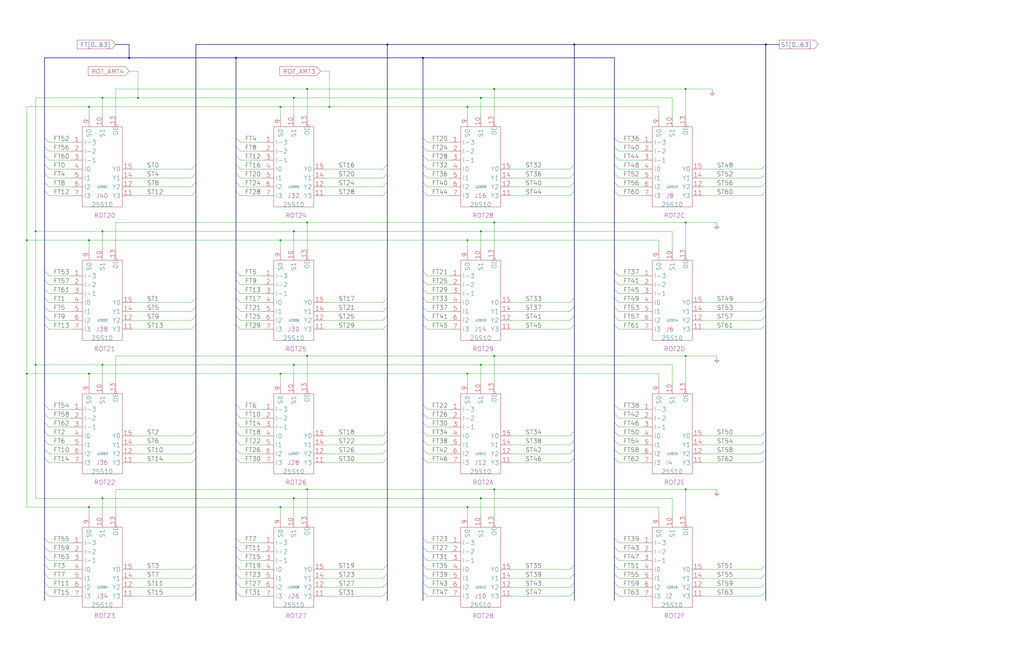
<source format=kicad_sch>
(kicad_sch (version 20250114) (generator "eeschema") (generator_version "9.0")
  (paper "User" 584.2 378.46)
  (title_block (title "ROTATOR TIER 2") (date "20-MAR-90") (rev "1.0") (comment 1 "FIU") (comment 2 "232-003065") (comment 3 "S400") (comment 4 "RELEASED"))
  (junction (at 50.8 60.96))
  (junction (at 58.42 132.08))
  (junction (at 220.98 25.4))
  (junction (at 241.3 33.02))
  (junction (at 73.66 33.02))
  (junction (at 20.32 132.08))
  (junction (at 175.26 127))
  (junction (at 327.66 25.4))
  (junction (at 281.94 279.4))
  (junction (at 160.02 213.36))
  (junction (at 175.26 279.4))
  (junction (at 50.8 213.36))
  (junction (at 20.32 208.28))
  (junction (at 167.64 208.28))
  (junction (at 160.02 60.96))
  (junction (at 266.7 60.96))
  (junction (at 167.64 132.08))
  (junction (at 266.7 213.36))
  (junction (at 187.96 60.96))
  (junction (at 58.42 284.48))
  (junction (at 50.8 289.56))
  (junction (at 175.26 50.8))
  (junction (at 266.7 289.56))
  (junction (at 266.7 137.16))
  (junction (at 391.16 279.4))
  (junction (at 58.42 55.88))
  (junction (at 50.8 137.16))
  (junction (at 281.94 203.2))
  (junction (at 274.32 132.08))
  (junction (at 167.64 55.88))
  (junction (at 167.64 284.48))
  (junction (at 78.74 55.88))
  (junction (at 436.88 25.4))
  (junction (at 274.32 284.48))
  (junction (at 160.02 137.16))
  (junction (at 58.42 208.28))
  (junction (at 134.62 33.02))
  (junction (at 15.24 137.16))
  (junction (at 391.16 203.2))
  (junction (at 281.94 50.8))
  (junction (at 391.16 50.8))
  (junction (at 281.94 127))
  (junction (at 274.32 208.28))
  (junction (at 160.02 289.56))
  (junction (at 274.32 55.88))
  (junction (at 391.16 127))
  (junction (at 175.26 203.2))
  (junction (at 15.24 213.36))
  (bus_entry (at 241.3 185.42) (size 2.54 2.54))
  (bus_entry (at 111.76 251.46) (size -2.54 2.54))
  (bus_entry (at 327.66 327.66) (size -2.54 2.54))
  (bus_entry (at 241.3 175.26) (size 2.54 2.54))
  (bus_entry (at 241.3 307.34) (size 2.54 2.54))
  (bus_entry (at 327.66 180.34) (size -2.54 2.54))
  (bus_entry (at 220.98 180.34) (size -2.54 2.54))
  (bus_entry (at 350.52 251.46) (size 2.54 2.54))
  (bus_entry (at 350.52 322.58) (size 2.54 2.54))
  (bus_entry (at 111.76 322.58) (size -2.54 2.54))
  (bus_entry (at 436.88 175.26) (size -2.54 2.54))
  (bus_entry (at 134.62 312.42) (size 2.54 2.54))
  (bus_entry (at 436.88 99.06) (size -2.54 2.54))
  (bus_entry (at 350.52 337.82) (size 2.54 2.54))
  (bus_entry (at 134.62 180.34) (size 2.54 2.54))
  (bus_entry (at 436.88 170.18) (size -2.54 2.54))
  (bus_entry (at 111.76 99.06) (size -2.54 2.54))
  (bus_entry (at 220.98 246.38) (size -2.54 2.54))
  (bus_entry (at 134.62 256.54) (size 2.54 2.54))
  (bus_entry (at 111.76 104.14) (size -2.54 2.54))
  (bus_entry (at 241.3 180.34) (size 2.54 2.54))
  (bus_entry (at 241.3 165.1) (size 2.54 2.54))
  (bus_entry (at 25.4 332.74) (size 2.54 2.54))
  (bus_entry (at 134.62 231.14) (size 2.54 2.54))
  (bus_entry (at 327.66 322.58) (size -2.54 2.54))
  (bus_entry (at 241.3 83.82) (size 2.54 2.54))
  (bus_entry (at 327.66 175.26) (size -2.54 2.54))
  (bus_entry (at 134.62 165.1) (size 2.54 2.54))
  (bus_entry (at 327.66 170.18) (size -2.54 2.54))
  (bus_entry (at 350.52 154.94) (size 2.54 2.54))
  (bus_entry (at 111.76 246.38) (size -2.54 2.54))
  (bus_entry (at 220.98 251.46) (size -2.54 2.54))
  (bus_entry (at 350.52 160.02) (size 2.54 2.54))
  (bus_entry (at 350.52 78.74) (size 2.54 2.54))
  (bus_entry (at 436.88 246.38) (size -2.54 2.54))
  (bus_entry (at 111.76 175.26) (size -2.54 2.54))
  (bus_entry (at 111.76 261.62) (size -2.54 2.54))
  (bus_entry (at 25.4 231.14) (size 2.54 2.54))
  (bus_entry (at 241.3 236.22) (size 2.54 2.54))
  (bus_entry (at 134.62 170.18) (size 2.54 2.54))
  (bus_entry (at 350.52 99.06) (size 2.54 2.54))
  (bus_entry (at 134.62 99.06) (size 2.54 2.54))
  (bus_entry (at 25.4 175.26) (size 2.54 2.54))
  (bus_entry (at 25.4 88.9) (size 2.54 2.54))
  (bus_entry (at 25.4 185.42) (size 2.54 2.54))
  (bus_entry (at 25.4 109.22) (size 2.54 2.54))
  (bus_entry (at 111.76 170.18) (size -2.54 2.54))
  (bus_entry (at 350.52 165.1) (size 2.54 2.54))
  (bus_entry (at 134.62 175.26) (size 2.54 2.54))
  (bus_entry (at 111.76 327.66) (size -2.54 2.54))
  (bus_entry (at 350.52 231.14) (size 2.54 2.54))
  (bus_entry (at 241.3 104.14) (size 2.54 2.54))
  (bus_entry (at 25.4 327.66) (size 2.54 2.54))
  (bus_entry (at 350.52 332.74) (size 2.54 2.54))
  (bus_entry (at 25.4 246.38) (size 2.54 2.54))
  (bus_entry (at 25.4 180.34) (size 2.54 2.54))
  (bus_entry (at 134.62 78.74) (size 2.54 2.54))
  (bus_entry (at 25.4 322.58) (size 2.54 2.54))
  (bus_entry (at 436.88 261.62) (size -2.54 2.54))
  (bus_entry (at 241.3 93.98) (size 2.54 2.54))
  (bus_entry (at 220.98 261.62) (size -2.54 2.54))
  (bus_entry (at 220.98 99.06) (size -2.54 2.54))
  (bus_entry (at 220.98 337.82) (size -2.54 2.54))
  (bus_entry (at 350.52 236.22) (size 2.54 2.54))
  (bus_entry (at 241.3 231.14) (size 2.54 2.54))
  (bus_entry (at 25.4 241.3) (size 2.54 2.54))
  (bus_entry (at 241.3 332.74) (size 2.54 2.54))
  (bus_entry (at 436.88 332.74) (size -2.54 2.54))
  (bus_entry (at 25.4 317.5) (size 2.54 2.54))
  (bus_entry (at 350.52 246.38) (size 2.54 2.54))
  (bus_entry (at 25.4 256.54) (size 2.54 2.54))
  (bus_entry (at 134.62 83.82) (size 2.54 2.54))
  (bus_entry (at 241.3 322.58) (size 2.54 2.54))
  (bus_entry (at 350.52 256.54) (size 2.54 2.54))
  (bus_entry (at 350.52 185.42) (size 2.54 2.54))
  (bus_entry (at 436.88 337.82) (size -2.54 2.54))
  (bus_entry (at 327.66 246.38) (size -2.54 2.54))
  (bus_entry (at 327.66 337.82) (size -2.54 2.54))
  (bus_entry (at 220.98 175.26) (size -2.54 2.54))
  (bus_entry (at 111.76 256.54) (size -2.54 2.54))
  (bus_entry (at 25.4 160.02) (size 2.54 2.54))
  (bus_entry (at 241.3 246.38) (size 2.54 2.54))
  (bus_entry (at 134.62 337.82) (size 2.54 2.54))
  (bus_entry (at 241.3 317.5) (size 2.54 2.54))
  (bus_entry (at 220.98 332.74) (size -2.54 2.54))
  (bus_entry (at 350.52 170.18) (size 2.54 2.54))
  (bus_entry (at 134.62 160.02) (size 2.54 2.54))
  (bus_entry (at 350.52 327.66) (size 2.54 2.54))
  (bus_entry (at 436.88 93.98) (size -2.54 2.54))
  (bus_entry (at 241.3 312.42) (size 2.54 2.54))
  (bus_entry (at 25.4 78.74) (size 2.54 2.54))
  (bus_entry (at 220.98 322.58) (size -2.54 2.54))
  (bus_entry (at 327.66 109.22) (size -2.54 2.54))
  (bus_entry (at 134.62 236.22) (size 2.54 2.54))
  (bus_entry (at 220.98 256.54) (size -2.54 2.54))
  (bus_entry (at 25.4 307.34) (size 2.54 2.54))
  (bus_entry (at 350.52 312.42) (size 2.54 2.54))
  (bus_entry (at 327.66 104.14) (size -2.54 2.54))
  (bus_entry (at 220.98 327.66) (size -2.54 2.54))
  (bus_entry (at 327.66 93.98) (size -2.54 2.54))
  (bus_entry (at 241.3 256.54) (size 2.54 2.54))
  (bus_entry (at 436.88 256.54) (size -2.54 2.54))
  (bus_entry (at 350.52 307.34) (size 2.54 2.54))
  (bus_entry (at 25.4 236.22) (size 2.54 2.54))
  (bus_entry (at 350.52 317.5) (size 2.54 2.54))
  (bus_entry (at 134.62 251.46) (size 2.54 2.54))
  (bus_entry (at 350.52 93.98) (size 2.54 2.54))
  (bus_entry (at 327.66 332.74) (size -2.54 2.54))
  (bus_entry (at 25.4 337.82) (size 2.54 2.54))
  (bus_entry (at 327.66 251.46) (size -2.54 2.54))
  (bus_entry (at 241.3 241.3) (size 2.54 2.54))
  (bus_entry (at 134.62 104.14) (size 2.54 2.54))
  (bus_entry (at 241.3 327.66) (size 2.54 2.54))
  (bus_entry (at 134.62 332.74) (size 2.54 2.54))
  (bus_entry (at 350.52 109.22) (size 2.54 2.54))
  (bus_entry (at 134.62 88.9) (size 2.54 2.54))
  (bus_entry (at 350.52 241.3) (size 2.54 2.54))
  (bus_entry (at 350.52 88.9) (size 2.54 2.54))
  (bus_entry (at 327.66 99.06) (size -2.54 2.54))
  (bus_entry (at 134.62 246.38) (size 2.54 2.54))
  (bus_entry (at 436.88 180.34) (size -2.54 2.54))
  (bus_entry (at 111.76 337.82) (size -2.54 2.54))
  (bus_entry (at 25.4 312.42) (size 2.54 2.54))
  (bus_entry (at 241.3 170.18) (size 2.54 2.54))
  (bus_entry (at 134.62 185.42) (size 2.54 2.54))
  (bus_entry (at 134.62 307.34) (size 2.54 2.54))
  (bus_entry (at 25.4 104.14) (size 2.54 2.54))
  (bus_entry (at 220.98 185.42) (size -2.54 2.54))
  (bus_entry (at 111.76 185.42) (size -2.54 2.54))
  (bus_entry (at 134.62 154.94) (size 2.54 2.54))
  (bus_entry (at 327.66 256.54) (size -2.54 2.54))
  (bus_entry (at 220.98 104.14) (size -2.54 2.54))
  (bus_entry (at 111.76 93.98) (size -2.54 2.54))
  (bus_entry (at 111.76 109.22) (size -2.54 2.54))
  (bus_entry (at 241.3 160.02) (size 2.54 2.54))
  (bus_entry (at 134.62 317.5) (size 2.54 2.54))
  (bus_entry (at 436.88 109.22) (size -2.54 2.54))
  (bus_entry (at 134.62 93.98) (size 2.54 2.54))
  (bus_entry (at 350.52 261.62) (size 2.54 2.54))
  (bus_entry (at 220.98 93.98) (size -2.54 2.54))
  (bus_entry (at 241.3 261.62) (size 2.54 2.54))
  (bus_entry (at 436.88 251.46) (size -2.54 2.54))
  (bus_entry (at 134.62 322.58) (size 2.54 2.54))
  (bus_entry (at 241.3 88.9) (size 2.54 2.54))
  (bus_entry (at 241.3 78.74) (size 2.54 2.54))
  (bus_entry (at 436.88 327.66) (size -2.54 2.54))
  (bus_entry (at 25.4 83.82) (size 2.54 2.54))
  (bus_entry (at 111.76 180.34) (size -2.54 2.54))
  (bus_entry (at 436.88 322.58) (size -2.54 2.54))
  (bus_entry (at 25.4 99.06) (size 2.54 2.54))
  (bus_entry (at 25.4 170.18) (size 2.54 2.54))
  (bus_entry (at 350.52 104.14) (size 2.54 2.54))
  (bus_entry (at 134.62 327.66) (size 2.54 2.54))
  (bus_entry (at 25.4 93.98) (size 2.54 2.54))
  (bus_entry (at 327.66 261.62) (size -2.54 2.54))
  (bus_entry (at 241.3 337.82) (size 2.54 2.54))
  (bus_entry (at 220.98 109.22) (size -2.54 2.54))
  (bus_entry (at 241.3 154.94) (size 2.54 2.54))
  (bus_entry (at 241.3 99.06) (size 2.54 2.54))
  (bus_entry (at 241.3 109.22) (size 2.54 2.54))
  (bus_entry (at 25.4 251.46) (size 2.54 2.54))
  (bus_entry (at 25.4 165.1) (size 2.54 2.54))
  (bus_entry (at 436.88 185.42) (size -2.54 2.54))
  (bus_entry (at 25.4 154.94) (size 2.54 2.54))
  (bus_entry (at 220.98 170.18) (size -2.54 2.54))
  (bus_entry (at 436.88 104.14) (size -2.54 2.54))
  (bus_entry (at 134.62 261.62) (size 2.54 2.54))
  (bus_entry (at 25.4 261.62) (size 2.54 2.54))
  (bus_entry (at 241.3 251.46) (size 2.54 2.54))
  (bus_entry (at 350.52 83.82) (size 2.54 2.54))
  (bus_entry (at 134.62 109.22) (size 2.54 2.54))
  (bus_entry (at 134.62 241.3) (size 2.54 2.54))
  (bus_entry (at 350.52 175.26) (size 2.54 2.54))
  (bus_entry (at 327.66 185.42) (size -2.54 2.54))
  (bus_entry (at 350.52 180.34) (size 2.54 2.54))
  (bus_entry (at 111.76 332.74) (size -2.54 2.54))
  (wire (pts (xy 27.94 86.36) (xy 40.64 86.36)))
  (bus (pts (xy 436.88 337.82) (xy 436.88 342.9)))
  (wire (pts (xy 20.32 55.88) (xy 58.42 55.88)))
  (bus (pts (xy 241.3 93.98) (xy 241.3 99.06)))
  (wire (pts (xy 353.06 320.04) (xy 365.76 320.04)))
  (bus (pts (xy 111.76 175.26) (xy 111.76 180.34)))
  (wire (pts (xy 50.8 137.16) (xy 160.02 137.16)))
  (bus (pts (xy 134.62 33.02) (xy 241.3 33.02)))
  (bus (pts (xy 350.52 251.46) (xy 350.52 256.54)))
  (wire (pts (xy 401.32 111.76) (xy 434.34 111.76)))
  (wire (pts (xy 401.32 172.72) (xy 434.34 172.72)))
  (bus (pts (xy 25.4 165.1) (xy 25.4 170.18)))
  (wire (pts (xy 27.94 320.04) (xy 40.64 320.04)))
  (bus (pts (xy 25.4 185.42) (xy 25.4 231.14)))
  (bus (pts (xy 327.66 246.38) (xy 327.66 251.46)))
  (bus (pts (xy 25.4 78.74) (xy 25.4 83.82)))
  (bus (pts (xy 350.52 231.14) (xy 350.52 236.22)))
  (wire (pts (xy 375.92 137.16) (xy 375.92 142.24)))
  (wire (pts (xy 243.84 182.88) (xy 256.54 182.88)))
  (wire (pts (xy 391.16 203.2) (xy 408.94 203.2)))
  (bus (pts (xy 111.76 185.42) (xy 111.76 246.38)))
  (bus (pts (xy 241.3 307.34) (xy 241.3 312.42)))
  (bus (pts (xy 350.52 93.98) (xy 350.52 99.06)))
  (wire (pts (xy 383.54 284.48) (xy 274.32 284.48)))
  (wire (pts (xy 243.84 81.28) (xy 256.54 81.28)))
  (wire (pts (xy 185.42 264.16) (xy 218.44 264.16)))
  (wire (pts (xy 185.42 330.2) (xy 218.44 330.2)))
  (wire (pts (xy 353.06 96.52) (xy 365.76 96.52)))
  (wire (pts (xy 353.06 340.36) (xy 365.76 340.36)))
  (wire (pts (xy 137.16 96.52) (xy 149.86 96.52)))
  (wire (pts (xy 27.94 101.6) (xy 40.64 101.6)))
  (bus (pts (xy 134.62 317.5) (xy 134.62 322.58)))
  (wire (pts (xy 27.94 259.08) (xy 40.64 259.08)))
  (bus (pts (xy 25.4 170.18) (xy 25.4 175.26)))
  (wire (pts (xy 76.2 187.96) (xy 109.22 187.96)))
  (wire (pts (xy 137.16 162.56) (xy 149.86 162.56)))
  (bus (pts (xy 327.66 25.4) (xy 436.88 25.4)))
  (bus (pts (xy 436.88 332.74) (xy 436.88 337.82)))
  (bus (pts (xy 25.4 236.22) (xy 25.4 241.3)))
  (wire (pts (xy 182.88 40.64) (xy 187.96 40.64)))
  (bus (pts (xy 111.76 246.38) (xy 111.76 251.46)))
  (bus (pts (xy 436.88 99.06) (xy 436.88 104.14)))
  (wire (pts (xy 353.06 335.28) (xy 365.76 335.28)))
  (bus (pts (xy 327.66 322.58) (xy 327.66 327.66)))
  (wire (pts (xy 27.94 91.44) (xy 40.64 91.44)))
  (bus (pts (xy 111.76 104.14) (xy 111.76 109.22)))
  (bus (pts (xy 134.62 322.58) (xy 134.62 327.66)))
  (wire (pts (xy 391.16 279.4) (xy 408.94 279.4)))
  (bus (pts (xy 111.76 109.22) (xy 111.76 170.18)))
  (wire (pts (xy 185.42 248.92) (xy 218.44 248.92)))
  (wire (pts (xy 243.84 96.52) (xy 256.54 96.52)))
  (wire (pts (xy 137.16 325.12) (xy 149.86 325.12)))
  (wire (pts (xy 50.8 60.96) (xy 50.8 66.04)))
  (bus (pts (xy 350.52 312.42) (xy 350.52 317.5)))
  (wire (pts (xy 137.16 106.68) (xy 149.86 106.68)))
  (bus (pts (xy 134.62 337.82) (xy 134.62 342.9)))
  (wire (pts (xy 20.32 132.08) (xy 20.32 208.28)))
  (bus (pts (xy 25.4 83.82) (xy 25.4 88.9)))
  (bus (pts (xy 25.4 104.14) (xy 25.4 109.22)))
  (wire (pts (xy 175.26 127) (xy 175.26 142.24)))
  (bus (pts (xy 241.3 317.5) (xy 241.3 322.58)))
  (wire (pts (xy 167.64 284.48) (xy 167.64 294.64)))
  (wire (pts (xy 78.74 40.64) (xy 78.74 55.88)))
  (bus (pts (xy 350.52 241.3) (xy 350.52 246.38)))
  (wire (pts (xy 137.16 187.96) (xy 149.86 187.96)))
  (bus (pts (xy 220.98 322.58) (xy 220.98 327.66)))
  (bus (pts (xy 66.04 25.4) (xy 73.66 25.4)))
  (bus (pts (xy 350.52 322.58) (xy 350.52 327.66)))
  (bus (pts (xy 350.52 261.62) (xy 350.52 307.34)))
  (wire (pts (xy 27.94 335.28) (xy 40.64 335.28)))
  (wire (pts (xy 266.7 137.16) (xy 266.7 142.24)))
  (bus (pts (xy 220.98 109.22) (xy 220.98 170.18)))
  (wire (pts (xy 50.8 213.36) (xy 50.8 218.44)))
  (wire (pts (xy 185.42 172.72) (xy 218.44 172.72)))
  (wire (pts (xy 66.04 203.2) (xy 66.04 218.44)))
  (bus (pts (xy 350.52 83.82) (xy 350.52 88.9)))
  (bus (pts (xy 134.62 170.18) (xy 134.62 175.26)))
  (wire (pts (xy 160.02 213.36) (xy 160.02 218.44)))
  (wire (pts (xy 27.94 264.16) (xy 40.64 264.16)))
  (wire (pts (xy 58.42 208.28) (xy 58.42 218.44)))
  (wire (pts (xy 137.16 182.88) (xy 149.86 182.88)))
  (wire (pts (xy 274.32 132.08) (xy 274.32 142.24)))
  (bus (pts (xy 241.3 88.9) (xy 241.3 93.98)))
  (wire (pts (xy 20.32 132.08) (xy 20.32 55.88)))
  (wire (pts (xy 281.94 50.8) (xy 391.16 50.8)))
  (bus (pts (xy 134.62 180.34) (xy 134.62 185.42)))
  (wire (pts (xy 76.2 248.92) (xy 109.22 248.92)))
  (wire (pts (xy 353.06 91.44) (xy 365.76 91.44)))
  (bus (pts (xy 111.76 25.4) (xy 220.98 25.4)))
  (wire (pts (xy 266.7 289.56) (xy 160.02 289.56)))
  (bus (pts (xy 134.62 332.74) (xy 134.62 337.82)))
  (wire (pts (xy 243.84 157.48) (xy 256.54 157.48)))
  (bus (pts (xy 436.88 93.98) (xy 436.88 99.06)))
  (wire (pts (xy 58.42 284.48) (xy 58.42 294.64)))
  (wire (pts (xy 137.16 177.8) (xy 149.86 177.8)))
  (bus (pts (xy 25.4 261.62) (xy 25.4 307.34)))
  (wire (pts (xy 185.42 182.88) (xy 218.44 182.88)))
  (bus (pts (xy 134.62 104.14) (xy 134.62 109.22)))
  (wire (pts (xy 160.02 289.56) (xy 160.02 294.64)))
  (bus (pts (xy 25.4 160.02) (xy 25.4 165.1)))
  (wire (pts (xy 383.54 208.28) (xy 383.54 218.44)))
  (bus (pts (xy 25.4 312.42) (xy 25.4 317.5)))
  (wire (pts (xy 175.26 203.2) (xy 281.94 203.2)))
  (bus (pts (xy 241.3 104.14) (xy 241.3 109.22)))
  (wire (pts (xy 375.92 60.96) (xy 375.92 66.04)))
  (wire (pts (xy 401.32 340.36) (xy 434.34 340.36)))
  (wire (pts (xy 353.06 182.88) (xy 365.76 182.88)))
  (wire (pts (xy 383.54 284.48) (xy 383.54 294.64)))
  (bus (pts (xy 350.52 160.02) (xy 350.52 165.1)))
  (wire (pts (xy 27.94 233.68) (xy 40.64 233.68)))
  (bus (pts (xy 134.62 93.98) (xy 134.62 99.06)))
  (wire (pts (xy 353.06 243.84) (xy 365.76 243.84)))
  (wire (pts (xy 353.06 86.36) (xy 365.76 86.36)))
  (bus (pts (xy 25.4 88.9) (xy 25.4 93.98)))
  (bus (pts (xy 25.4 332.74) (xy 25.4 337.82)))
  (wire (pts (xy 27.94 340.36) (xy 40.64 340.36)))
  (bus (pts (xy 25.4 317.5) (xy 25.4 322.58)))
  (bus (pts (xy 134.62 185.42) (xy 134.62 231.14)))
  (bus (pts (xy 436.88 180.34) (xy 436.88 185.42)))
  (bus (pts (xy 241.3 241.3) (xy 241.3 246.38)))
  (bus (pts (xy 111.76 93.98) (xy 111.76 99.06)))
  (bus (pts (xy 134.62 78.74) (xy 134.62 83.82)))
  (wire (pts (xy 185.42 111.76) (xy 218.44 111.76)))
  (bus (pts (xy 436.88 25.4) (xy 444.5 25.4)))
  (wire (pts (xy 76.2 106.68) (xy 109.22 106.68)))
  (wire (pts (xy 160.02 60.96) (xy 160.02 66.04)))
  (wire (pts (xy 76.2 172.72) (xy 109.22 172.72)))
  (bus (pts (xy 350.52 33.02) (xy 350.52 78.74)))
  (bus (pts (xy 241.3 109.22) (xy 241.3 154.94)))
  (wire (pts (xy 391.16 203.2) (xy 391.16 218.44)))
  (bus (pts (xy 241.3 327.66) (xy 241.3 332.74)))
  (bus (pts (xy 220.98 170.18) (xy 220.98 175.26)))
  (bus (pts (xy 111.76 337.82) (xy 111.76 342.9)))
  (wire (pts (xy 274.32 55.88) (xy 274.32 66.04)))
  (bus (pts (xy 350.52 337.82) (xy 350.52 342.9)))
  (wire (pts (xy 281.94 127) (xy 391.16 127)))
  (wire (pts (xy 66.04 50.8) (xy 66.04 66.04)))
  (bus (pts (xy 111.76 332.74) (xy 111.76 337.82)))
  (wire (pts (xy 243.84 162.56) (xy 256.54 162.56)))
  (bus (pts (xy 241.3 180.34) (xy 241.3 185.42)))
  (wire (pts (xy 391.16 127) (xy 391.16 142.24)))
  (wire (pts (xy 353.06 167.64) (xy 365.76 167.64)))
  (bus (pts (xy 327.66 327.66) (xy 327.66 332.74)))
  (wire (pts (xy 185.42 335.28) (xy 218.44 335.28)))
  (wire (pts (xy 27.94 309.88) (xy 40.64 309.88)))
  (bus (pts (xy 220.98 104.14) (xy 220.98 109.22)))
  (wire (pts (xy 353.06 259.08) (xy 365.76 259.08)))
  (bus (pts (xy 134.62 236.22) (xy 134.62 241.3)))
  (bus (pts (xy 25.4 251.46) (xy 25.4 256.54)))
  (wire (pts (xy 187.96 60.96) (xy 266.7 60.96)))
  (wire (pts (xy 243.84 259.08) (xy 256.54 259.08)))
  (bus (pts (xy 220.98 337.82) (xy 220.98 342.9)))
  (wire (pts (xy 401.32 325.12) (xy 434.34 325.12)))
  (bus (pts (xy 25.4 154.94) (xy 25.4 160.02)))
  (bus (pts (xy 220.98 180.34) (xy 220.98 185.42)))
  (bus (pts (xy 111.76 327.66) (xy 111.76 332.74)))
  (wire (pts (xy 243.84 243.84) (xy 256.54 243.84)))
  (wire (pts (xy 243.84 177.8) (xy 256.54 177.8)))
  (wire (pts (xy 292.1 172.72) (xy 325.12 172.72)))
  (wire (pts (xy 185.42 96.52) (xy 218.44 96.52)))
  (wire (pts (xy 76.2 335.28) (xy 109.22 335.28)))
  (wire (pts (xy 76.2 340.36) (xy 109.22 340.36)))
  (wire (pts (xy 243.84 248.92) (xy 256.54 248.92)))
  (wire (pts (xy 401.32 264.16) (xy 434.34 264.16)))
  (bus (pts (xy 327.66 99.06) (xy 327.66 104.14)))
  (wire (pts (xy 353.06 325.12) (xy 365.76 325.12)))
  (wire (pts (xy 137.16 233.68) (xy 149.86 233.68)))
  (bus (pts (xy 241.3 154.94) (xy 241.3 160.02)))
  (wire (pts (xy 27.94 254) (xy 40.64 254)))
  (bus (pts (xy 436.88 246.38) (xy 436.88 251.46)))
  (wire (pts (xy 243.84 106.68) (xy 256.54 106.68)))
  (wire (pts (xy 243.84 91.44) (xy 256.54 91.44)))
  (wire (pts (xy 27.94 172.72) (xy 40.64 172.72)))
  (wire (pts (xy 266.7 289.56) (xy 266.7 294.64)))
  (bus (pts (xy 25.4 241.3) (xy 25.4 246.38)))
  (wire (pts (xy 401.32 182.88) (xy 434.34 182.88)))
  (wire (pts (xy 401.32 335.28) (xy 434.34 335.28)))
  (bus (pts (xy 134.62 88.9) (xy 134.62 93.98)))
  (wire (pts (xy 281.94 203.2) (xy 391.16 203.2)))
  (wire (pts (xy 243.84 335.28) (xy 256.54 335.28)))
  (wire (pts (xy 137.16 157.48) (xy 149.86 157.48)))
  (bus (pts (xy 111.76 256.54) (xy 111.76 261.62)))
  (wire (pts (xy 292.1 106.68) (xy 325.12 106.68)))
  (wire (pts (xy 292.1 248.92) (xy 325.12 248.92)))
  (bus (pts (xy 350.52 246.38) (xy 350.52 251.46)))
  (bus (pts (xy 25.4 337.82) (xy 25.4 342.9)))
  (bus (pts (xy 134.62 154.94) (xy 134.62 160.02)))
  (bus (pts (xy 25.4 327.66) (xy 25.4 332.74)))
  (bus (pts (xy 111.76 322.58) (xy 111.76 327.66)))
  (bus (pts (xy 220.98 327.66) (xy 220.98 332.74)))
  (bus (pts (xy 25.4 99.06) (xy 25.4 104.14)))
  (bus (pts (xy 111.76 251.46) (xy 111.76 256.54)))
  (wire (pts (xy 281.94 279.4) (xy 281.94 294.64)))
  (wire (pts (xy 58.42 55.88) (xy 58.42 66.04)))
  (wire (pts (xy 167.64 132.08) (xy 274.32 132.08)))
  (wire (pts (xy 391.16 50.8) (xy 406.4 50.8)))
  (wire (pts (xy 137.16 101.6) (xy 149.86 101.6)))
  (bus (pts (xy 25.4 322.58) (xy 25.4 327.66)))
  (wire (pts (xy 66.04 50.8) (xy 175.26 50.8)))
  (wire (pts (xy 50.8 289.56) (xy 15.24 289.56)))
  (wire (pts (xy 27.94 325.12) (xy 40.64 325.12)))
  (wire (pts (xy 353.06 172.72) (xy 365.76 172.72)))
  (wire (pts (xy 27.94 248.92) (xy 40.64 248.92)))
  (wire (pts (xy 401.32 96.52) (xy 434.34 96.52)))
  (bus (pts (xy 25.4 256.54) (xy 25.4 261.62)))
  (bus (pts (xy 134.62 175.26) (xy 134.62 180.34)))
  (wire (pts (xy 66.04 127) (xy 175.26 127)))
  (bus (pts (xy 220.98 332.74) (xy 220.98 337.82)))
  (wire (pts (xy 15.24 213.36) (xy 15.24 137.16)))
  (bus (pts (xy 25.4 180.34) (xy 25.4 185.42)))
  (bus (pts (xy 350.52 165.1) (xy 350.52 170.18)))
  (wire (pts (xy 175.26 203.2) (xy 175.26 218.44)))
  (bus (pts (xy 327.66 256.54) (xy 327.66 261.62)))
  (wire (pts (xy 266.7 60.96) (xy 375.92 60.96)))
  (wire (pts (xy 137.16 309.88) (xy 149.86 309.88)))
  (wire (pts (xy 73.66 40.64) (xy 78.74 40.64)))
  (wire (pts (xy 15.24 213.36) (xy 50.8 213.36)))
  (wire (pts (xy 292.1 330.2) (xy 325.12 330.2)))
  (bus (pts (xy 134.62 307.34) (xy 134.62 312.42)))
  (wire (pts (xy 76.2 259.08) (xy 109.22 259.08)))
  (bus (pts (xy 241.3 256.54) (xy 241.3 261.62)))
  (wire (pts (xy 353.06 264.16) (xy 365.76 264.16)))
  (bus (pts (xy 350.52 185.42) (xy 350.52 231.14)))
  (bus (pts (xy 73.66 25.4) (xy 73.66 33.02)))
  (wire (pts (xy 391.16 50.8) (xy 391.16 66.04)))
  (wire (pts (xy 274.32 208.28) (xy 274.32 218.44)))
  (wire (pts (xy 243.84 187.96) (xy 256.54 187.96)))
  (wire (pts (xy 58.42 132.08) (xy 167.64 132.08)))
  (bus (pts (xy 25.4 33.02) (xy 73.66 33.02)))
  (wire (pts (xy 167.64 284.48) (xy 58.42 284.48)))
  (wire (pts (xy 167.64 208.28) (xy 58.42 208.28)))
  (bus (pts (xy 134.62 261.62) (xy 134.62 307.34)))
  (wire (pts (xy 353.06 177.8) (xy 365.76 177.8)))
  (bus (pts (xy 436.88 251.46) (xy 436.88 256.54)))
  (wire (pts (xy 266.7 60.96) (xy 266.7 66.04)))
  (wire (pts (xy 175.26 279.4) (xy 175.26 294.64)))
  (wire (pts (xy 137.16 243.84) (xy 149.86 243.84)))
  (bus (pts (xy 220.98 261.62) (xy 220.98 322.58)))
  (bus (pts (xy 25.4 307.34) (xy 25.4 312.42)))
  (wire (pts (xy 50.8 289.56) (xy 50.8 294.64)))
  (wire (pts (xy 175.26 279.4) (xy 281.94 279.4)))
  (bus (pts (xy 327.66 170.18) (xy 327.66 175.26)))
  (wire (pts (xy 66.04 127) (xy 66.04 142.24)))
  (bus (pts (xy 25.4 93.98) (xy 25.4 99.06)))
  (wire (pts (xy 27.94 111.76) (xy 40.64 111.76)))
  (wire (pts (xy 66.04 203.2) (xy 175.26 203.2)))
  (wire (pts (xy 353.06 233.68) (xy 365.76 233.68)))
  (bus (pts (xy 73.66 33.02) (xy 134.62 33.02)))
  (wire (pts (xy 137.16 111.76) (xy 149.86 111.76)))
  (wire (pts (xy 76.2 177.8) (xy 109.22 177.8)))
  (bus (pts (xy 436.88 175.26) (xy 436.88 180.34)))
  (bus (pts (xy 134.62 33.02) (xy 134.62 78.74)))
  (bus (pts (xy 327.66 180.34) (xy 327.66 185.42)))
  (wire (pts (xy 391.16 279.4) (xy 391.16 294.64)))
  (wire (pts (xy 76.2 325.12) (xy 109.22 325.12)))
  (wire (pts (xy 160.02 213.36) (xy 266.7 213.36)))
  (wire (pts (xy 167.64 208.28) (xy 167.64 218.44)))
  (wire (pts (xy 353.06 314.96) (xy 365.76 314.96)))
  (wire (pts (xy 292.1 182.88) (xy 325.12 182.88)))
  (wire (pts (xy 58.42 55.88) (xy 78.74 55.88)))
  (bus (pts (xy 327.66 185.42) (xy 327.66 246.38)))
  (wire (pts (xy 137.16 335.28) (xy 149.86 335.28)))
  (bus (pts (xy 220.98 185.42) (xy 220.98 246.38)))
  (wire (pts (xy 383.54 55.88) (xy 383.54 66.04)))
  (wire (pts (xy 266.7 213.36) (xy 266.7 218.44)))
  (wire (pts (xy 50.8 137.16) (xy 50.8 142.24)))
  (bus (pts (xy 436.88 104.14) (xy 436.88 109.22)))
  (wire (pts (xy 243.84 167.64) (xy 256.54 167.64)))
  (wire (pts (xy 281.94 203.2) (xy 281.94 218.44)))
  (bus (pts (xy 241.3 231.14) (xy 241.3 236.22)))
  (bus (pts (xy 220.98 93.98) (xy 220.98 99.06)))
  (wire (pts (xy 66.04 279.4) (xy 175.26 279.4)))
  (bus (pts (xy 220.98 99.06) (xy 220.98 104.14)))
  (bus (pts (xy 327.66 337.82) (xy 327.66 342.9)))
  (bus (pts (xy 134.62 165.1) (xy 134.62 170.18)))
  (bus (pts (xy 111.76 99.06) (xy 111.76 104.14)))
  (bus (pts (xy 350.52 175.26) (xy 350.52 180.34)))
  (wire (pts (xy 292.1 264.16) (xy 325.12 264.16)))
  (wire (pts (xy 292.1 187.96) (xy 325.12 187.96)))
  (wire (pts (xy 281.94 127) (xy 281.94 142.24)))
  (wire (pts (xy 243.84 238.76) (xy 256.54 238.76)))
  (bus (pts (xy 327.66 25.4) (xy 327.66 93.98)))
  (wire (pts (xy 185.42 325.12) (xy 218.44 325.12)))
  (wire (pts (xy 401.32 248.92) (xy 434.34 248.92)))
  (wire (pts (xy 137.16 254) (xy 149.86 254)))
  (wire (pts (xy 160.02 137.16) (xy 266.7 137.16)))
  (bus (pts (xy 327.66 109.22) (xy 327.66 170.18)))
  (wire (pts (xy 353.06 330.2) (xy 365.76 330.2)))
  (wire (pts (xy 137.16 172.72) (xy 149.86 172.72)))
  (bus (pts (xy 134.62 109.22) (xy 134.62 154.94)))
  (wire (pts (xy 185.42 340.36) (xy 218.44 340.36)))
  (wire (pts (xy 76.2 96.52) (xy 109.22 96.52)))
  (bus (pts (xy 241.3 99.06) (xy 241.3 104.14)))
  (wire (pts (xy 266.7 137.16) (xy 375.92 137.16)))
  (wire (pts (xy 137.16 330.2) (xy 149.86 330.2)))
  (bus (pts (xy 241.3 83.82) (xy 241.3 88.9)))
  (bus (pts (xy 350.52 256.54) (xy 350.52 261.62)))
  (wire (pts (xy 167.64 55.88) (xy 274.32 55.88)))
  (bus (pts (xy 134.62 251.46) (xy 134.62 256.54)))
  (wire (pts (xy 20.32 132.08) (xy 58.42 132.08)))
  (wire (pts (xy 266.7 213.36) (xy 375.92 213.36)))
  (wire (pts (xy 243.84 111.76) (xy 256.54 111.76)))
  (bus (pts (xy 134.62 99.06) (xy 134.62 104.14)))
  (wire (pts (xy 167.64 55.88) (xy 167.64 66.04)))
  (bus (pts (xy 220.98 25.4) (xy 327.66 25.4)))
  (wire (pts (xy 27.94 243.84) (xy 40.64 243.84)))
  (wire (pts (xy 292.1 259.08) (xy 325.12 259.08)))
  (wire (pts (xy 401.32 177.8) (xy 434.34 177.8)))
  (wire (pts (xy 353.06 162.56) (xy 365.76 162.56)))
  (wire (pts (xy 50.8 213.36) (xy 160.02 213.36)))
  (wire (pts (xy 50.8 60.96) (xy 160.02 60.96)))
  (bus (pts (xy 350.52 332.74) (xy 350.52 337.82)))
  (wire (pts (xy 27.94 96.52) (xy 40.64 96.52)))
  (bus (pts (xy 25.4 33.02) (xy 25.4 78.74)))
  (bus (pts (xy 436.88 327.66) (xy 436.88 332.74)))
  (wire (pts (xy 66.04 279.4) (xy 66.04 294.64)))
  (wire (pts (xy 353.06 157.48) (xy 365.76 157.48)))
  (wire (pts (xy 187.96 40.64) (xy 187.96 60.96)))
  (bus (pts (xy 436.88 109.22) (xy 436.88 170.18)))
  (wire (pts (xy 243.84 264.16) (xy 256.54 264.16)))
  (bus (pts (xy 220.98 246.38) (xy 220.98 251.46)))
  (wire (pts (xy 243.84 86.36) (xy 256.54 86.36)))
  (wire (pts (xy 27.94 81.28) (xy 40.64 81.28)))
  (bus (pts (xy 327.66 93.98) (xy 327.66 99.06)))
  (wire (pts (xy 160.02 60.96) (xy 187.96 60.96)))
  (wire (pts (xy 76.2 111.76) (xy 109.22 111.76)))
  (bus (pts (xy 241.3 312.42) (xy 241.3 317.5)))
  (wire (pts (xy 15.24 289.56) (xy 15.24 213.36)))
  (bus (pts (xy 220.98 256.54) (xy 220.98 261.62)))
  (bus (pts (xy 327.66 104.14) (xy 327.66 109.22)))
  (wire (pts (xy 20.32 208.28) (xy 20.32 284.48)))
  (wire (pts (xy 243.84 340.36) (xy 256.54 340.36)))
  (bus (pts (xy 241.3 160.02) (xy 241.3 165.1)))
  (wire (pts (xy 243.84 309.88) (xy 256.54 309.88)))
  (bus (pts (xy 220.98 25.4) (xy 220.98 93.98)))
  (wire (pts (xy 175.26 50.8) (xy 281.94 50.8)))
  (wire (pts (xy 185.42 101.6) (xy 218.44 101.6)))
  (wire (pts (xy 401.32 254) (xy 434.34 254)))
  (bus (pts (xy 436.88 25.4) (xy 436.88 93.98)))
  (wire (pts (xy 58.42 284.48) (xy 20.32 284.48)))
  (wire (pts (xy 292.1 335.28) (xy 325.12 335.28)))
  (wire (pts (xy 185.42 254) (xy 218.44 254)))
  (bus (pts (xy 241.3 251.46) (xy 241.3 256.54)))
  (wire (pts (xy 58.42 132.08) (xy 58.42 142.24)))
  (wire (pts (xy 401.32 101.6) (xy 434.34 101.6)))
  (bus (pts (xy 436.88 261.62) (xy 436.88 322.58)))
  (bus (pts (xy 134.62 246.38) (xy 134.62 251.46)))
  (bus (pts (xy 241.3 170.18) (xy 241.3 175.26)))
  (bus (pts (xy 241.3 236.22) (xy 241.3 241.3)))
  (wire (pts (xy 292.1 340.36) (xy 325.12 340.36)))
  (wire (pts (xy 137.16 167.64) (xy 149.86 167.64)))
  (wire (pts (xy 76.2 264.16) (xy 109.22 264.16)))
  (bus (pts (xy 350.52 307.34) (xy 350.52 312.42)))
  (bus (pts (xy 220.98 251.46) (xy 220.98 256.54)))
  (bus (pts (xy 134.62 160.02) (xy 134.62 165.1)))
  (wire (pts (xy 137.16 264.16) (xy 149.86 264.16)))
  (wire (pts (xy 274.32 132.08) (xy 383.54 132.08)))
  (wire (pts (xy 185.42 106.68) (xy 218.44 106.68)))
  (wire (pts (xy 137.16 259.08) (xy 149.86 259.08)))
  (wire (pts (xy 27.94 167.64) (xy 40.64 167.64)))
  (bus (pts (xy 241.3 33.02) (xy 350.52 33.02)))
  (wire (pts (xy 375.92 289.56) (xy 375.92 294.64)))
  (wire (pts (xy 401.32 330.2) (xy 434.34 330.2)))
  (wire (pts (xy 243.84 325.12) (xy 256.54 325.12)))
  (bus (pts (xy 350.52 88.9) (xy 350.52 93.98)))
  (wire (pts (xy 27.94 157.48) (xy 40.64 157.48)))
  (wire (pts (xy 160.02 289.56) (xy 50.8 289.56)))
  (wire (pts (xy 137.16 91.44) (xy 149.86 91.44)))
  (wire (pts (xy 243.84 330.2) (xy 256.54 330.2)))
  (wire (pts (xy 274.32 55.88) (xy 383.54 55.88)))
  (wire (pts (xy 353.06 309.88) (xy 365.76 309.88)))
  (wire (pts (xy 375.92 289.56) (xy 266.7 289.56)))
  (wire (pts (xy 185.42 259.08) (xy 218.44 259.08)))
  (wire (pts (xy 274.32 284.48) (xy 167.64 284.48)))
  (bus (pts (xy 350.52 236.22) (xy 350.52 241.3)))
  (wire (pts (xy 243.84 233.68) (xy 256.54 233.68)))
  (wire (pts (xy 175.26 127) (xy 281.94 127)))
  (bus (pts (xy 220.98 175.26) (xy 220.98 180.34)))
  (bus (pts (xy 241.3 337.82) (xy 241.3 342.9)))
  (wire (pts (xy 243.84 172.72) (xy 256.54 172.72)))
  (bus (pts (xy 350.52 109.22) (xy 350.52 154.94)))
  (wire (pts (xy 243.84 101.6) (xy 256.54 101.6)))
  (bus (pts (xy 241.3 33.02) (xy 241.3 78.74)))
  (wire (pts (xy 353.06 187.96) (xy 365.76 187.96)))
  (bus (pts (xy 241.3 78.74) (xy 241.3 83.82)))
  (wire (pts (xy 58.42 208.28) (xy 20.32 208.28)))
  (wire (pts (xy 27.94 182.88) (xy 40.64 182.88)))
  (wire (pts (xy 137.16 81.28) (xy 149.86 81.28)))
  (wire (pts (xy 353.06 248.92) (xy 365.76 248.92)))
  (wire (pts (xy 137.16 86.36) (xy 149.86 86.36)))
  (bus (pts (xy 350.52 180.34) (xy 350.52 185.42)))
  (wire (pts (xy 292.1 254) (xy 325.12 254)))
  (wire (pts (xy 137.16 248.92) (xy 149.86 248.92)))
  (wire (pts (xy 401.32 187.96) (xy 434.34 187.96)))
  (bus (pts (xy 25.4 175.26) (xy 25.4 180.34)))
  (wire (pts (xy 137.16 320.04) (xy 149.86 320.04)))
  (bus (pts (xy 241.3 165.1) (xy 241.3 170.18)))
  (bus (pts (xy 350.52 78.74) (xy 350.52 83.82)))
  (wire (pts (xy 27.94 330.2) (xy 40.64 330.2)))
  (bus (pts (xy 436.88 185.42) (xy 436.88 246.38)))
  (wire (pts (xy 292.1 101.6) (xy 325.12 101.6)))
  (wire (pts (xy 76.2 254) (xy 109.22 254)))
  (wire (pts (xy 391.16 127) (xy 408.94 127)))
  (wire (pts (xy 27.94 106.68) (xy 40.64 106.68)))
  (wire (pts (xy 76.2 330.2) (xy 109.22 330.2)))
  (bus (pts (xy 111.76 170.18) (xy 111.76 175.26)))
  (bus (pts (xy 327.66 175.26) (xy 327.66 180.34)))
  (bus (pts (xy 327.66 332.74) (xy 327.66 337.82)))
  (wire (pts (xy 167.64 132.08) (xy 167.64 142.24)))
  (bus (pts (xy 327.66 261.62) (xy 327.66 322.58)))
  (wire (pts (xy 292.1 111.76) (xy 325.12 111.76)))
  (wire (pts (xy 292.1 177.8) (xy 325.12 177.8)))
  (wire (pts (xy 353.06 81.28) (xy 365.76 81.28)))
  (wire (pts (xy 353.06 111.76) (xy 365.76 111.76)))
  (wire (pts (xy 353.06 106.68) (xy 365.76 106.68)))
  (wire (pts (xy 281.94 50.8) (xy 281.94 66.04)))
  (wire (pts (xy 274.32 284.48) (xy 274.32 294.64)))
  (wire (pts (xy 27.94 314.96) (xy 40.64 314.96)))
  (wire (pts (xy 137.16 238.76) (xy 149.86 238.76)))
  (wire (pts (xy 76.2 101.6) (xy 109.22 101.6)))
  (bus (pts (xy 134.62 83.82) (xy 134.62 88.9)))
  (wire (pts (xy 15.24 60.96) (xy 50.8 60.96)))
  (bus (pts (xy 111.76 180.34) (xy 111.76 185.42)))
  (bus (pts (xy 327.66 251.46) (xy 327.66 256.54)))
  (wire (pts (xy 401.32 106.68) (xy 434.34 106.68)))
  (wire (pts (xy 15.24 137.16) (xy 50.8 137.16)))
  (wire (pts (xy 243.84 254) (xy 256.54 254)))
  (bus (pts (xy 436.88 170.18) (xy 436.88 175.26)))
  (wire (pts (xy 185.42 187.96) (xy 218.44 187.96)))
  (bus (pts (xy 134.62 256.54) (xy 134.62 261.62)))
  (wire (pts (xy 292.1 325.12) (xy 325.12 325.12)))
  (wire (pts (xy 281.94 279.4) (xy 391.16 279.4)))
  (wire (pts (xy 78.74 55.88) (xy 167.64 55.88)))
  (bus (pts (xy 134.62 231.14) (xy 134.62 236.22)))
  (bus (pts (xy 350.52 99.06) (xy 350.52 104.14)))
  (wire (pts (xy 243.84 320.04) (xy 256.54 320.04)))
  (wire (pts (xy 243.84 314.96) (xy 256.54 314.96)))
  (bus (pts (xy 134.62 241.3) (xy 134.62 246.38)))
  (wire (pts (xy 76.2 182.88) (xy 109.22 182.88)))
  (wire (pts (xy 353.06 101.6) (xy 365.76 101.6)))
  (wire (pts (xy 383.54 132.08) (xy 383.54 142.24)))
  (wire (pts (xy 274.32 208.28) (xy 167.64 208.28)))
  (bus (pts (xy 25.4 109.22) (xy 25.4 154.94)))
  (bus (pts (xy 134.62 312.42) (xy 134.62 317.5)))
  (wire (pts (xy 137.16 314.96) (xy 149.86 314.96)))
  (wire (pts (xy 353.06 254) (xy 365.76 254)))
  (wire (pts (xy 137.16 340.36) (xy 149.86 340.36)))
  (bus (pts (xy 241.3 332.74) (xy 241.3 337.82)))
  (wire (pts (xy 375.92 213.36) (xy 375.92 218.44)))
  (bus (pts (xy 134.62 327.66) (xy 134.62 332.74)))
  (wire (pts (xy 27.94 238.76) (xy 40.64 238.76)))
  (bus (pts (xy 111.76 25.4) (xy 111.76 93.98)))
  (bus (pts (xy 241.3 175.26) (xy 241.3 180.34)))
  (wire (pts (xy 15.24 137.16) (xy 15.24 60.96)))
  (bus (pts (xy 350.52 104.14) (xy 350.52 109.22)))
  (wire (pts (xy 353.06 238.76) (xy 365.76 238.76)))
  (bus (pts (xy 350.52 327.66) (xy 350.52 332.74)))
  (wire (pts (xy 27.94 162.56) (xy 40.64 162.56)))
  (wire (pts (xy 401.32 259.08) (xy 434.34 259.08)))
  (bus (pts (xy 241.3 261.62) (xy 241.3 307.34)))
  (wire (pts (xy 383.54 208.28) (xy 274.32 208.28)))
  (bus (pts (xy 241.3 185.42) (xy 241.3 231.14)))
  (wire (pts (xy 27.94 177.8) (xy 40.64 177.8)))
  (bus (pts (xy 350.52 154.94) (xy 350.52 160.02)))
  (bus (pts (xy 436.88 256.54) (xy 436.88 261.62)))
  (bus (pts (xy 241.3 246.38) (xy 241.3 251.46)))
  (bus (pts (xy 241.3 322.58) (xy 241.3 327.66)))
  (bus (pts (xy 25.4 231.14) (xy 25.4 236.22)))
  (bus (pts (xy 111.76 261.62) (xy 111.76 322.58)))
  (wire (pts (xy 292.1 96.52) (xy 325.12 96.52)))
  (bus (pts (xy 350.52 317.5) (xy 350.52 322.58)))
  (wire (pts (xy 27.94 187.96) (xy 40.64 187.96)))
  (bus (pts (xy 436.88 322.58) (xy 436.88 327.66)))
  (bus (pts (xy 25.4 246.38) (xy 25.4 251.46)))
  (wire (pts (xy 185.42 177.8) (xy 218.44 177.8)))
  (wire (pts (xy 175.26 50.8) (xy 175.26 66.04)))
  (bus (pts (xy 350.52 170.18) (xy 350.52 175.26)))
  (wire (pts (xy 160.02 137.16) (xy 160.02 142.24)))
  (label "ST52" (at 408.94 101.6 0) (effects (font (size 2.54 2.54))))
  (label "FT42" (at 246.38 259.08 0) (effects (font (size 2.54 2.54))))
  (label "FT19" (at 139.7 325.12 0) (effects (font (size 2.54 2.54))))
  (label "ST14" (at 83.82 264.16 0) (effects (font (size 2.54 2.54))))
  (label "ST21" (at 193.04 177.8 0) (effects (font (size 2.54 2.54))))
  (label "FT22" (at 139.7 254 0) (effects (font (size 2.54 2.54))))
  (label "ST9" (at 83.82 182.88 0) (effects (font (size 2.54 2.54))))
  (label "FT15" (at 139.7 320.04 0) (effects (font (size 2.54 2.54))))
  (label "FT7" (at 139.7 309.88 0) (effects (font (size 2.54 2.54))))
  (label "ST12" (at 83.82 111.76 0) (effects (font (size 2.54 2.54))))
  (label "ST6" (at 83.82 254 0) (effects (font (size 2.54 2.54))))
  (label "FT7" (at 30.48 330.2 0) (effects (font (size 2.54 2.54))))
  (label "FT26" (at 139.7 259.08 0) (effects (font (size 2.54 2.54))))
  (label "ST49" (at 408.94 172.72 0) (effects (font (size 2.54 2.54))))
  (label "FT9" (at 139.7 162.56 0) (effects (font (size 2.54 2.54))))
  (label "ST32" (at 299.72 96.52 0) (effects (font (size 2.54 2.54))))
  (label "FT38" (at 246.38 254 0) (effects (font (size 2.54 2.54))))
  (label "FT4" (at 30.48 101.6 0) (effects (font (size 2.54 2.54))))
  (label "ST37" (at 299.72 177.8 0) (effects (font (size 2.54 2.54))))
  (label "FT8" (at 30.48 106.68 0) (effects (font (size 2.54 2.54))))
  (label "FT63" (at 355.6 340.36 0) (effects (font (size 2.54 2.54))))
  (label "FT15" (at 30.48 340.36 0) (effects (font (size 2.54 2.54))))
  (label "FT14" (at 139.7 243.84 0) (effects (font (size 2.54 2.54))))
  (label "ST13" (at 83.82 187.96 0) (effects (font (size 2.54 2.54))))
  (label "FT60" (at 30.48 91.44 0) (effects (font (size 2.54 2.54))))
  (label "FT37" (at 355.6 157.48 0) (effects (font (size 2.54 2.54))))
  (label "ST11" (at 83.82 335.28 0) (effects (font (size 2.54 2.54))))
  (label "FT36" (at 355.6 81.28 0) (effects (font (size 2.54 2.54))))
  (label "ST38" (at 299.72 254 0) (effects (font (size 2.54 2.54))))
  (label "FT58" (at 30.48 238.76 0) (effects (font (size 2.54 2.54))))
  (label "ST17" (at 193.04 172.72 0) (effects (font (size 2.54 2.54))))
  (label "FT11" (at 30.48 335.28 0) (effects (font (size 2.54 2.54))))
  (label "FT16" (at 139.7 96.52 0) (effects (font (size 2.54 2.54))))
  (label "FT5" (at 139.7 157.48 0) (effects (font (size 2.54 2.54))))
  (label "FT25" (at 246.38 162.56 0) (effects (font (size 2.54 2.54))))
  (label "FT11" (at 139.7 314.96 0) (effects (font (size 2.54 2.54))))
  (label "FT5" (at 30.48 177.8 0) (effects (font (size 2.54 2.54))))
  (label "FT44" (at 355.6 91.44 0) (effects (font (size 2.54 2.54))))
  (label "FT52" (at 355.6 101.6 0) (effects (font (size 2.54 2.54))))
  (label "FT52" (at 30.48 81.28 0) (effects (font (size 2.54 2.54))))
  (label "ST8" (at 83.82 106.68 0) (effects (font (size 2.54 2.54))))
  (label "ST44" (at 299.72 111.76 0) (effects (font (size 2.54 2.54))))
  (label "FT28" (at 139.7 111.76 0) (effects (font (size 2.54 2.54))))
  (label "ST40" (at 299.72 106.68 0) (effects (font (size 2.54 2.54))))
  (label "FT29" (at 139.7 187.96 0) (effects (font (size 2.54 2.54))))
  (label "FT4" (at 139.7 81.28 0) (effects (font (size 2.54 2.54))))
  (label "ST51" (at 408.94 325.12 0) (effects (font (size 2.54 2.54))))
  (label "FT55" (at 30.48 309.88 0) (effects (font (size 2.54 2.54))))
  (label "ST27" (at 193.04 335.28 0) (effects (font (size 2.54 2.54))))
  (label "FT20" (at 139.7 101.6 0) (effects (font (size 2.54 2.54))))
  (label "ST33" (at 299.72 172.72 0) (effects (font (size 2.54 2.54))))
  (label "FT59" (at 355.6 335.28 0) (effects (font (size 2.54 2.54))))
  (label "FT51" (at 355.6 325.12 0) (effects (font (size 2.54 2.54))))
  (label "FT41" (at 355.6 162.56 0) (effects (font (size 2.54 2.54))))
  (label "FT38" (at 355.6 233.68 0) (effects (font (size 2.54 2.54))))
  (label "ST3" (at 83.82 325.12 0) (effects (font (size 2.54 2.54))))
  (label "ST15" (at 83.82 340.36 0) (effects (font (size 2.54 2.54))))
  (label "FT25" (at 139.7 182.88 0) (effects (font (size 2.54 2.54))))
  (label "FT20" (at 246.38 81.28 0) (effects (font (size 2.54 2.54))))
  (label "FT58" (at 355.6 259.08 0) (effects (font (size 2.54 2.54))))
  (label "FT23" (at 246.38 309.88 0) (effects (font (size 2.54 2.54))))
  (label "FT40" (at 355.6 86.36 0) (effects (font (size 2.54 2.54))))
  (label "FT10" (at 30.48 259.08 0) (effects (font (size 2.54 2.54))))
  (label "ST53" (at 408.94 177.8 0) (effects (font (size 2.54 2.54))))
  (label "ST31" (at 193.04 340.36 0) (effects (font (size 2.54 2.54))))
  (label "FT23" (at 139.7 330.2 0) (effects (font (size 2.54 2.54))))
  (label "ST25" (at 193.04 182.88 0) (effects (font (size 2.54 2.54))))
  (label "FT10" (at 139.7 238.76 0) (effects (font (size 2.54 2.54))))
  (label "FT21" (at 246.38 157.48 0) (effects (font (size 2.54 2.54))))
  (label "FT18" (at 139.7 248.92 0) (effects (font (size 2.54 2.54))))
  (label "ST22" (at 193.04 254 0) (effects (font (size 2.54 2.54))))
  (label "FT57" (at 30.48 162.56 0) (effects (font (size 2.54 2.54))))
  (label "ST18" (at 193.04 248.92 0) (effects (font (size 2.54 2.54))))
  (label "ST29" (at 193.04 187.96 0) (effects (font (size 2.54 2.54))))
  (label "ST34" (at 299.72 248.92 0) (effects (font (size 2.54 2.54))))
  (label "FT27" (at 246.38 314.96 0) (effects (font (size 2.54 2.54))))
  (label "FT50" (at 355.6 248.92 0) (effects (font (size 2.54 2.54))))
  (label "FT22" (at 246.38 233.68 0) (effects (font (size 2.54 2.54))))
  (label "FT43" (at 246.38 335.28 0) (effects (font (size 2.54 2.54))))
  (label "ST35" (at 299.72 325.12 0) (effects (font (size 2.54 2.54))))
  (label "FT1" (at 30.48 172.72 0) (effects (font (size 2.54 2.54))))
  (label "FT54" (at 30.48 233.68 0) (effects (font (size 2.54 2.54))))
  (label "FT27" (at 139.7 335.28 0) (effects (font (size 2.54 2.54))))
  (label "ST20" (at 193.04 101.6 0) (effects (font (size 2.54 2.54))))
  (label "FT54" (at 355.6 254 0) (effects (font (size 2.54 2.54))))
  (label "FT43" (at 355.6 314.96 0) (effects (font (size 2.54 2.54))))
  (label "ST16" (at 193.04 96.52 0) (effects (font (size 2.54 2.54))))
  (label "FT26" (at 246.38 238.76 0) (effects (font (size 2.54 2.54))))
  (label "FT6" (at 30.48 254 0) (effects (font (size 2.54 2.54))))
  (label "FT48" (at 355.6 96.52 0) (effects (font (size 2.54 2.54))))
  (label "FT39" (at 246.38 330.2 0) (effects (font (size 2.54 2.54))))
  (label "FT56" (at 30.48 86.36 0) (effects (font (size 2.54 2.54))))
  (label "ST1" (at 83.82 172.72 0) (effects (font (size 2.54 2.54))))
  (label "ST54" (at 408.94 254 0) (effects (font (size 2.54 2.54))))
  (label "ST47" (at 299.72 340.36 0) (effects (font (size 2.54 2.54))))
  (label "ST4" (at 83.82 101.6 0) (effects (font (size 2.54 2.54))))
  (label "ST26" (at 193.04 259.08 0) (effects (font (size 2.54 2.54))))
  (label "FT21" (at 139.7 177.8 0) (effects (font (size 2.54 2.54))))
  (label "ST43" (at 299.72 335.28 0) (effects (font (size 2.54 2.54))))
  (label "FT46" (at 246.38 264.16 0) (effects (font (size 2.54 2.54))))
  (label "FT41" (at 246.38 182.88 0) (effects (font (size 2.54 2.54))))
  (label "FT0" (at 30.48 96.52 0) (effects (font (size 2.54 2.54))))
  (label "FT59" (at 30.48 314.96 0) (effects (font (size 2.54 2.54))))
  (label "FT49" (at 355.6 172.72 0) (effects (font (size 2.54 2.54))))
  (label "FT12" (at 139.7 91.44 0) (effects (font (size 2.54 2.54))))
  (label "FT53" (at 355.6 177.8 0) (effects (font (size 2.54 2.54))))
  (label "FT57" (at 355.6 182.88 0) (effects (font (size 2.54 2.54))))
  (label "ST45" (at 299.72 187.96 0) (effects (font (size 2.54 2.54))))
  (label "FT33" (at 246.38 172.72 0) (effects (font (size 2.54 2.54))))
  (label "FT12" (at 30.48 111.76 0) (effects (font (size 2.54 2.54))))
  (label "FT31" (at 246.38 320.04 0) (effects (font (size 2.54 2.54))))
  (label "FT39" (at 355.6 309.88 0) (effects (font (size 2.54 2.54))))
  (label "ST62" (at 408.94 264.16 0) (effects (font (size 2.54 2.54))))
  (label "FT6" (at 139.7 233.68 0) (effects (font (size 2.54 2.54))))
  (label "ST42" (at 299.72 259.08 0) (effects (font (size 2.54 2.54))))
  (label "FT30" (at 139.7 264.16 0) (effects (font (size 2.54 2.54))))
  (label "FT13" (at 30.48 187.96 0) (effects (font (size 2.54 2.54))))
  (label "FT28" (at 246.38 91.44 0) (effects (font (size 2.54 2.54))))
  (label "FT37" (at 246.38 177.8 0) (effects (font (size 2.54 2.54))))
  (label "FT53" (at 30.48 157.48 0) (effects (font (size 2.54 2.54))))
  (label "FT32" (at 246.38 96.52 0) (effects (font (size 2.54 2.54))))
  (label "ST63" (at 408.94 340.36 0) (effects (font (size 2.54 2.54))))
  (label "ST50" (at 408.94 248.92 0) (effects (font (size 2.54 2.54))))
  (label "ST61" (at 408.94 187.96 0) (effects (font (size 2.54 2.54))))
  (label "FT24" (at 246.38 86.36 0) (effects (font (size 2.54 2.54))))
  (label "ST48" (at 408.94 96.52 0) (effects (font (size 2.54 2.54))))
  (label "FT2" (at 30.48 248.92 0) (effects (font (size 2.54 2.54))))
  (label "FT47" (at 355.6 320.04 0) (effects (font (size 2.54 2.54))))
  (label "FT46" (at 355.6 243.84 0) (effects (font (size 2.54 2.54))))
  (label "FT61" (at 355.6 187.96 0) (effects (font (size 2.54 2.54))))
  (label "FT35" (at 246.38 325.12 0) (effects (font (size 2.54 2.54))))
  (label "ST41" (at 299.72 182.88 0) (effects (font (size 2.54 2.54))))
  (label "FT3" (at 30.48 325.12 0) (effects (font (size 2.54 2.54))))
  (label "ST23" (at 193.04 330.2 0) (effects (font (size 2.54 2.54))))
  (label "ST46" (at 299.72 264.16 0) (effects (font (size 2.54 2.54))))
  (label "FT34" (at 246.38 248.92 0) (effects (font (size 2.54 2.54))))
  (label "ST19" (at 193.04 325.12 0) (effects (font (size 2.54 2.54))))
  (label "FT44" (at 246.38 111.76 0) (effects (font (size 2.54 2.54))))
  (label "ST10" (at 83.82 259.08 0) (effects (font (size 2.54 2.54))))
  (label "FT29" (at 246.38 167.64 0) (effects (font (size 2.54 2.54))))
  (label "ST56" (at 408.94 106.68 0) (effects (font (size 2.54 2.54))))
  (label "ST57" (at 408.94 182.88 0) (effects (font (size 2.54 2.54))))
  (label "ST39" (at 299.72 330.2 0) (effects (font (size 2.54 2.54))))
  (label "FT30" (at 246.38 243.84 0) (effects (font (size 2.54 2.54))))
  (label "FT42" (at 355.6 238.76 0) (effects (font (size 2.54 2.54))))
  (label "ST28" (at 193.04 111.76 0) (effects (font (size 2.54 2.54))))
  (label "FT17" (at 139.7 172.72 0) (effects (font (size 2.54 2.54))))
  (label "ST2" (at 83.82 248.92 0) (effects (font (size 2.54 2.54))))
  (label "ST7" (at 83.82 330.2 0) (effects (font (size 2.54 2.54))))
  (label "FT45" (at 355.6 167.64 0) (effects (font (size 2.54 2.54))))
  (label "FT55" (at 355.6 330.2 0) (effects (font (size 2.54 2.54))))
  (label "ST24" (at 193.04 106.68 0) (effects (font (size 2.54 2.54))))
  (label "FT63" (at 30.48 320.04 0) (effects (font (size 2.54 2.54))))
  (label "FT61" (at 30.48 167.64 0) (effects (font (size 2.54 2.54))))
  (label "FT13" (at 139.7 167.64 0) (effects (font (size 2.54 2.54))))
  (label "FT9" (at 30.48 182.88 0) (effects (font (size 2.54 2.54))))
  (label "FT62" (at 355.6 264.16 0) (effects (font (size 2.54 2.54))))
  (label "ST60" (at 408.94 111.76 0) (effects (font (size 2.54 2.54))))
  (label "FT24" (at 139.7 106.68 0) (effects (font (size 2.54 2.54))))
  (label "FT40" (at 246.38 106.68 0) (effects (font (size 2.54 2.54))))
  (label "ST59" (at 408.94 335.28 0) (effects (font (size 2.54 2.54))))
  (label "FT31" (at 139.7 340.36 0) (effects (font (size 2.54 2.54))))
  (label "FT14" (at 30.48 264.16 0) (effects (font (size 2.54 2.54))))
  (label "FT56" (at 355.6 106.68 0) (effects (font (size 2.54 2.54))))
  (label "FT36" (at 246.38 101.6 0) (effects (font (size 2.54 2.54))))
  (label "FT47" (at 246.38 340.36 0) (effects (font (size 2.54 2.54))))
  (label "ST58" (at 408.94 259.08 0) (effects (font (size 2.54 2.54))))
  (label "FT45" (at 246.38 187.96 0) (effects (font (size 2.54 2.54))))
  (label "ST0" (at 83.82 96.52 0) (effects (font (size 2.54 2.54))))
  (label "FT60" (at 355.6 111.76 0) (effects (font (size 2.54 2.54))))
  (label "FT8" (at 139.7 86.36 0) (effects (font (size 2.54 2.54))))
  (label "ST55" (at 408.94 330.2 0) (effects (font (size 2.54 2.54))))
  (label "ST5" (at 83.82 177.8 0) (effects (font (size 2.54 2.54))))
  (label "ST36" (at 299.72 101.6 0) (effects (font (size 2.54 2.54))))
  (label "FT62" (at 30.48 243.84 0) (effects (font (size 2.54 2.54))))
  (label "ST30" (at 193.04 264.16 0) (effects (font (size 2.54 2.54))))
  (global_label "ROT_AMT3" (shape input) (at 182.88 40.64 180) (effects (font (size 2.54 2.54))) (property "Intersheetrefs" "${INTERSHEET_REFS}" (at 159.5483 40.4813 0) (effects (font (size 1.905 1.905)) (justify right))))
  (global_label "ST[0..63]" (shape output) (at 444.5 25.4 0) (effects (font (size 2.54 2.54))) (property "Intersheetrefs" "${INTERSHEET_REFS}" (at 466.7431 25.2413 0) (effects (font (size 1.905 1.905)) (justify left))))
  (global_label "FT[0..63]" (shape input) (at 66.04 25.4 180) (effects (font (size 2.54 2.54))) (property "Intersheetrefs" "${INTERSHEET_REFS}" (at 44.0388 25.2413 0) (effects (font (size 1.905 1.905)) (justify right))))
  (global_label "ROT_AMT4" (shape input) (at 73.66 40.64 180) (effects (font (size 2.54 2.54))) (property "Intersheetrefs" "${INTERSHEET_REFS}" (at 50.3283 40.4813 0) (effects (font (size 1.905 1.905)) (justify right))))
  (symbol (lib_id "r1000:25S10") (at 271.78 340.36 0) (unit 1)
    (property "Reference" "U2012" (at 274.32 335.28 0))
    (property "Value" "25S10" (at 267.97 345.44 0) (effects (font (size 2.54 2.54)) (justify left)))
    (property "Location" "J10" (at 270.51 340.36 0) (effects (font (size 2.54 2.54)) (justify left)))
    (property "Name" "ROT2B" (at 275.59 353.06 0) (effects (font (size 2.54 2.54)) (justify bottom)))
  )
  (symbol (lib_id "r1000:25S10") (at 381 264.16 0) (unit 1)
    (property "Reference" "U2015" (at 383.54 259.08 0))
    (property "Value" "25S10" (at 377.19 269.24 0) (effects (font (size 2.54 2.54)) (justify left)))
    (property "Location" "I4" (at 379.73 264.16 0) (effects (font (size 2.54 2.54)) (justify left)))
    (property "Name" "ROT2E" (at 384.81 276.86 0) (effects (font (size 2.54 2.54)) (justify bottom)))
  )
  (symbol (lib_id "r1000:25S10") (at 55.88 187.96 0) (unit 1)
    (property "Reference" "U2002" (at 58.42 182.88 0))
    (property "Value" "25S10" (at 52.07 193.04 0) (effects (font (size 2.54 2.54)) (justify left)))
    (property "Location" "J38" (at 54.61 187.96 0) (effects (font (size 2.54 2.54)) (justify left)))
    (property "Name" "ROT21" (at 59.69 200.66 0) (effects (font (size 2.54 2.54)) (justify bottom)))
  )
  (symbol (lib_id "r1000:25S10") (at 55.88 340.36 0) (unit 1)
    (property "Reference" "U2004" (at 58.42 335.28 0))
    (property "Value" "25S10" (at 52.07 345.44 0) (effects (font (size 2.54 2.54)) (justify left)))
    (property "Location" "J34" (at 54.61 340.36 0) (effects (font (size 2.54 2.54)) (justify left)))
    (property "Name" "ROT23" (at 59.69 353.06 0) (effects (font (size 2.54 2.54)) (justify bottom)))
  )
  (symbol (lib_id "r1000:25S10") (at 271.78 111.76 0) (unit 1)
    (property "Reference" "U2009" (at 274.32 106.68 0))
    (property "Value" "25S10" (at 267.97 116.84 0) (effects (font (size 2.54 2.54)) (justify left)))
    (property "Location" "J16" (at 270.51 111.76 0) (effects (font (size 2.54 2.54)) (justify left)))
    (property "Name" "ROT28" (at 275.59 124.46 0) (effects (font (size 2.54 2.54)) (justify bottom)))
  )
  (symbol (lib_id "r1000:PD") (at 408.94 279.4 0) (unit 1) (in_bom no)
    (property "Reference" "#PWR02004" (effects (hide yes)))
    (property "Value" "PD" (effects (hide yes)))
  )
  (symbol (lib_id "r1000:25S10") (at 165.1 340.36 0) (unit 1)
    (property "Reference" "U2008" (at 167.64 335.28 0))
    (property "Value" "25S10" (at 161.29 345.44 0) (effects (font (size 2.54 2.54)) (justify left)))
    (property "Location" "J26" (at 163.83 340.36 0) (effects (font (size 2.54 2.54)) (justify left)))
    (property "Name" "ROT27" (at 168.91 353.06 0) (effects (font (size 2.54 2.54)) (justify bottom)))
  )
  (symbol (lib_id "r1000:25S10") (at 165.1 264.16 0) (unit 1)
    (property "Reference" "U2007" (at 167.64 259.08 0))
    (property "Value" "25S10" (at 161.29 269.24 0) (effects (font (size 2.54 2.54)) (justify left)))
    (property "Location" "J28" (at 163.83 264.16 0) (effects (font (size 2.54 2.54)) (justify left)))
    (property "Name" "ROT26" (at 168.91 276.86 0) (effects (font (size 2.54 2.54)) (justify bottom)))
  )
  (symbol (lib_id "r1000:25S10") (at 271.78 187.96 0) (unit 1)
    (property "Reference" "U2010" (at 274.32 182.88 0))
    (property "Value" "25S10" (at 267.97 193.04 0) (effects (font (size 2.54 2.54)) (justify left)))
    (property "Location" "J14" (at 270.51 187.96 0) (effects (font (size 2.54 2.54)) (justify left)))
    (property "Name" "ROT29" (at 275.59 200.66 0) (effects (font (size 2.54 2.54)) (justify bottom)))
  )
  (symbol (lib_id "r1000:25S10") (at 381 111.76 0) (unit 1)
    (property "Reference" "U2013" (at 383.54 106.68 0))
    (property "Value" "25S10" (at 377.19 116.84 0) (effects (font (size 2.54 2.54)) (justify left)))
    (property "Location" "J8" (at 379.73 111.76 0) (effects (font (size 2.54 2.54)) (justify left)))
    (property "Name" "ROT2C" (at 384.81 124.46 0) (effects (font (size 2.54 2.54)) (justify bottom)))
  )
  (symbol (lib_id "r1000:25S10") (at 381 340.36 0) (unit 1)
    (property "Reference" "U2016" (at 383.54 335.28 0))
    (property "Value" "25S10" (at 377.19 345.44 0) (effects (font (size 2.54 2.54)) (justify left)))
    (property "Location" "I2" (at 379.73 340.36 0) (effects (font (size 2.54 2.54)) (justify left)))
    (property "Name" "ROT2F" (at 384.81 353.06 0) (effects (font (size 2.54 2.54)) (justify bottom)))
  )
  (symbol (lib_id "r1000:25S10") (at 381 187.96 0) (unit 1)
    (property "Reference" "U2014" (at 383.54 182.88 0))
    (property "Value" "25S10" (at 377.19 193.04 0) (effects (font (size 2.54 2.54)) (justify left)))
    (property "Location" "J6" (at 379.73 187.96 0) (effects (font (size 2.54 2.54)) (justify left)))
    (property "Name" "ROT2D" (at 384.81 200.66 0) (effects (font (size 2.54 2.54)) (justify bottom)))
  )
  (symbol (lib_id "r1000:PD") (at 406.4 50.8 0) (unit 1) (in_bom no)
    (property "Reference" "#PWR02001" (effects (hide yes)))
    (property "Value" "PD" (effects (hide yes)))
  )
  (symbol (lib_id "r1000:PD") (at 408.94 203.2 0) (unit 1) (in_bom no)
    (property "Reference" "#PWR02003" (effects (hide yes)))
    (property "Value" "PD" (effects (hide yes)))
  )
  (symbol (lib_id "r1000:25S10") (at 55.88 111.76 0) (unit 1)
    (property "Reference" "U2001" (at 58.42 106.68 0))
    (property "Value" "25S10" (at 52.07 116.84 0) (effects (font (size 2.54 2.54)) (justify left)))
    (property "Location" "J40" (at 54.61 111.76 0) (effects (font (size 2.54 2.54)) (justify left)))
    (property "Name" "ROT20" (at 59.69 124.46 0) (effects (font (size 2.54 2.54)) (justify bottom)))
  )
  (symbol (lib_id "r1000:25S10") (at 165.1 187.96 0) (unit 1)
    (property "Reference" "U2006" (at 167.64 182.88 0))
    (property "Value" "25S10" (at 161.29 193.04 0) (effects (font (size 2.54 2.54)) (justify left)))
    (property "Location" "J30" (at 163.83 187.96 0) (effects (font (size 2.54 2.54)) (justify left)))
    (property "Name" "ROT25" (at 168.91 200.66 0) (effects (font (size 2.54 2.54)) (justify bottom)))
  )
  (symbol (lib_id "r1000:25S10") (at 271.78 264.16 0) (unit 1)
    (property "Reference" "U2011" (at 274.32 259.08 0))
    (property "Value" "25S10" (at 267.97 269.24 0) (effects (font (size 2.54 2.54)) (justify left)))
    (property "Location" "J12" (at 270.51 264.16 0) (effects (font (size 2.54 2.54)) (justify left)))
    (property "Name" "ROT2A" (at 275.59 276.86 0) (effects (font (size 2.54 2.54)) (justify bottom)))
  )
  (symbol (lib_id "r1000:25S10") (at 165.1 111.76 0) (unit 1)
    (property "Reference" "U2005" (at 167.64 106.68 0))
    (property "Value" "25S10" (at 161.29 116.84 0) (effects (font (size 2.54 2.54)) (justify left)))
    (property "Location" "J32" (at 163.83 111.76 0) (effects (font (size 2.54 2.54)) (justify left)))
    (property "Name" "ROT24" (at 168.91 124.46 0) (effects (font (size 2.54 2.54)) (justify bottom)))
  )
  (symbol (lib_id "r1000:25S10") (at 55.88 264.16 0) (unit 1)
    (property "Reference" "U2003" (at 58.42 259.08 0))
    (property "Value" "25S10" (at 52.07 269.24 0) (effects (font (size 2.54 2.54)) (justify left)))
    (property "Location" "J36" (at 54.61 264.16 0) (effects (font (size 2.54 2.54)) (justify left)))
    (property "Name" "ROT22" (at 59.69 276.86 0) (effects (font (size 2.54 2.54)) (justify bottom)))
  )
  (symbol (lib_id "r1000:PD") (at 408.94 127 0) (unit 1) (in_bom no)
    (property "Reference" "#PWR02002" (effects (hide yes)))
    (property "Value" "PD" (effects (hide yes)))
  )
)
</source>
